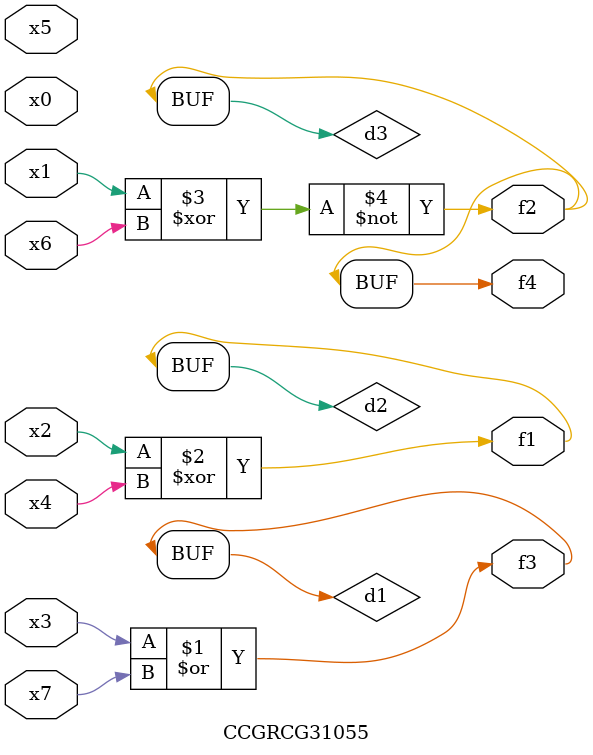
<source format=v>
module CCGRCG31055(
	input x0, x1, x2, x3, x4, x5, x6, x7,
	output f1, f2, f3, f4
);

	wire d1, d2, d3;

	or (d1, x3, x7);
	xor (d2, x2, x4);
	xnor (d3, x1, x6);
	assign f1 = d2;
	assign f2 = d3;
	assign f3 = d1;
	assign f4 = d3;
endmodule

</source>
